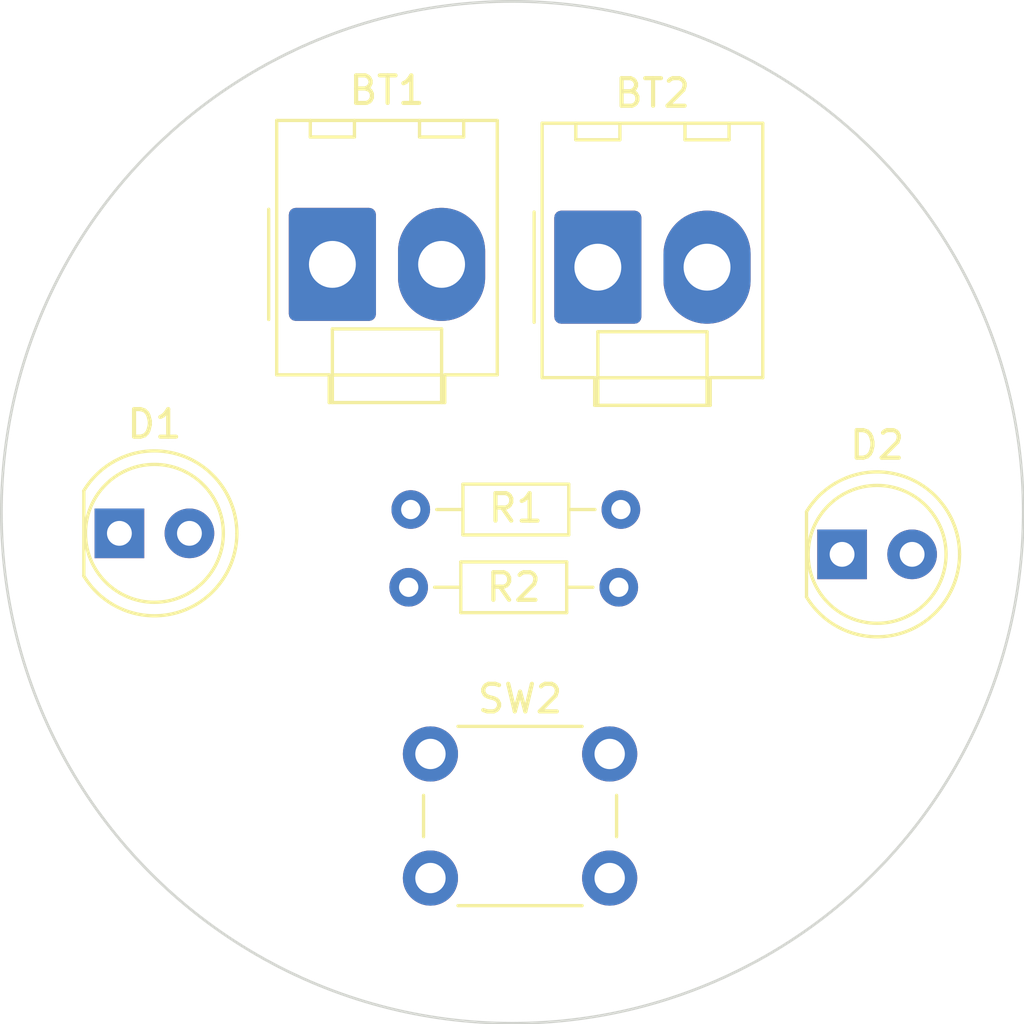
<source format=kicad_pcb>
(kicad_pcb (version 20221018) (generator pcbnew)
  (layers (0 "F.Cu" signal) (31 "B.Cu" signal) (34 "B.Paste" user) (35 "F.Paste" user) (36 "B.SilkS" user "B.Silkscreen") (37 "F.SilkS" user "F.Silkscreen") (38 "B.Mask" user) (39 "F.Mask" user) (44 "Edge.Cuts" user))
  (net 0 "")
  (net 1 "Net-(BT1-+)")
  (net 2 "Net-(BT1--)")
  (net 3 "Net-(D1-K)")
  (net 4 "Net-(D1-A)")
  (net 5 "Net-(D2-A)")
  (footprint "Resistor_THT:R_Axial_DIN0204_L3.6mm_D1.6mm_P7.62mm_Horizontal" (layer "F.Cu") (at 88.4936 64.4906)
    (fp_text reference "R2" (at 3.81 0) (layer "F.SilkS"))
    (fp_text value "R_US")
    (fp_line (start 0.94 0) (end 1.89 0) (stroke (width 0.12)) (layer "F.SilkS"))
    (fp_line (start 1.89 -0.92) (end 1.89 0.92) (stroke (width 0.12)) (layer "F.SilkS"))
    (fp_line (start 1.89 0.92) (end 5.73 0.92) (stroke (width 0.12)) (layer "F.SilkS"))
    (fp_line (start 5.73 -0.92) (end 1.89 -0.92) (stroke (width 0.12)) (layer "F.SilkS"))
    (fp_line (start 5.73 0.92) (end 5.73 -0.92) (stroke (width 0.12)) (layer "F.SilkS"))
    (fp_line (start 6.68 0) (end 5.73 0) (stroke (width 0.12)) (layer "F.SilkS"))
    (pad "1" thru_hole circle (at 0 0) (size 1.4 1.4) (drill 0.7) (layers "*.Cu" "*.Mask") (net 5 "Net-(D2-A)"))
    (pad "2" thru_hole oval (at 7.62 0) (size 1.4 1.4) (drill 0.7) (layers "*.Cu" "*.Mask") (net 2 "Net-(BT1--)"))
  )
  (footprint "LED_THT:LED_D5.0mm_Clear" (layer "F.Cu") (at 104.2112 63.2968)
    (fp_text reference "D2" (at 1.27 -3.96) (layer "F.SilkS"))
    (fp_text value "LED")
    (fp_line (start -1.29 -1.545) (end -1.29 1.545) (stroke (width 0.12)) (layer "F.SilkS"))
    (fp_arc (start -1.29 -1.54483) (mid 2.072002 -2.880433) (end 4.26 0.000462) (stroke (width 0.12)) (layer "F.SilkS"))
    (fp_arc (start 4.26 -0.000462) (mid 2.072002 2.880433) (end -1.29 1.54483) (stroke (width 0.12)) (layer "F.SilkS"))
    (fp_circle (center 1.27 0) (end 3.77 0) (stroke (width 0.12)) (fill none) (layer "F.SilkS"))
    (pad "1" thru_hole rect (at 0 0) (size 1.8 1.8) (drill 0.9) (layers "*.Cu" "*.Mask") (net 3 "Net-(D1-K)"))
    (pad "2" thru_hole circle (at 2.54 0) (size 1.8 1.8) (drill 0.9) (layers "*.Cu" "*.Mask") (net 5 "Net-(D2-A)"))
  )
  (footprint "Connector_Molex:Molex_KK-396_A-41791-0002_1x02_P3.96mm_Vertical" (layer "F.Cu") (at 85.7274 52.7812)
    (fp_text reference "BT1" (at 1.98 -6.31) (layer "F.SilkS"))
    (fp_text value "Battery_Cell")
    (fp_line (start -2.31 -2) (end -2.31 2) (stroke (width 0.12)) (layer "F.SilkS"))
    (fp_line (start -2.02 -5.22) (end 5.98 -5.22) (stroke (width 0.12)) (layer "F.SilkS"))
    (fp_line (start -2.02 4.005) (end -2.02 -5.22) (stroke (width 0.12)) (layer "F.SilkS"))
    (fp_line (start -0.8 -5.22) (end -0.8 -4.62) (stroke (width 0.12)) (layer "F.SilkS"))
    (fp_line (start -0.8 -4.62) (end 0.8 -4.62) (stroke (width 0.12)) (layer "F.SilkS"))
    (fp_line (start -0.115 4.005) (end -2.02 4.005) (stroke (width 0.12)) (layer "F.SilkS"))
    (fp_line (start -0.115 5.01) (end -0.115 4.005) (stroke (width 0.12)) (layer "F.SilkS"))
    (fp_line (start 0 2.34) (end 3.96 2.34) (stroke (width 0.12)) (layer "F.SilkS"))
    (fp_line (start 0 4.01) (end 0 2.34) (stroke (width 0.12)) (layer "F.SilkS"))
    (fp_line (start 0 4.01) (end 3.96 4.01) (stroke (width 0.12)) (layer "F.SilkS"))
    (fp_line (start 0 5.01) (end 0 4.01) (stroke (width 0.12)) (layer "F.SilkS"))
    (fp_line (start 0.8 -4.62) (end 0.8 -5.22) (stroke (width 0.12)) (layer "F.SilkS"))
    (fp_line (start 3.16 -5.22) (end 3.16 -4.62) (stroke (width 0.12)) (layer "F.SilkS"))
    (fp_line (start 3.16 -4.62) (end 4.76 -4.62) (stroke (width 0.12)) (layer "F.SilkS"))
    (fp_line (start 3.96 2.34) (end 3.96 4.01) (stroke (width 0.12)) (layer "F.SilkS"))
    (fp_line (start 3.96 4.01) (end 3.96 5.01) (stroke (width 0.12)) (layer "F.SilkS"))
    (fp_line (start 4.075 4.005) (end 4.075 5.01) (stroke (width 0.12)) (layer "F.SilkS"))
    (fp_line (start 4.075 5.01) (end -0.115 5.01) (stroke (width 0.12)) (layer "F.SilkS"))
    (fp_line (start 4.76 -4.62) (end 4.76 -5.22) (stroke (width 0.12)) (layer "F.SilkS"))
    (fp_line (start 5.98 -5.22) (end 5.98 4.005) (stroke (width 0.12)) (layer "F.SilkS"))
    (fp_line (start 5.98 4.005) (end 4.075 4.005) (stroke (width 0.12)) (layer "F.SilkS"))
    (pad "1" thru_hole roundrect (at 0 0) (size 3.16 4.1) (drill 1.7) (layers "*.Cu" "*.Mask") (roundrect_rratio 0.079114) (net 1 "Net-(BT1-+)"))
    (pad "2" thru_hole oval (at 3.96 0) (size 3.16 4.1) (drill 1.7) (layers "*.Cu" "*.Mask") (net 2 "Net-(BT1--)"))
  )
  (footprint "LED_THT:LED_D5.0mm_Clear" (layer "F.Cu") (at 78.0034 62.5348)
    (fp_text reference "D1" (at 1.27 -3.96) (layer "F.SilkS"))
    (fp_text value "LED")
    (fp_line (start -1.29 -1.545) (end -1.29 1.545) (stroke (width 0.12)) (layer "F.SilkS"))
    (fp_arc (start -1.29 -1.54483) (mid 2.072002 -2.880433) (end 4.26 0.000462) (stroke (width 0.12)) (layer "F.SilkS"))
    (fp_arc (start 4.26 -0.000462) (mid 2.072002 2.880433) (end -1.29 1.54483) (stroke (width 0.12)) (layer "F.SilkS"))
    (fp_circle (center 1.27 0) (end 3.77 0) (stroke (width 0.12)) (fill none) (layer "F.SilkS"))
    (pad "1" thru_hole rect (at 0 0) (size 1.8 1.8) (drill 0.9) (layers "*.Cu" "*.Mask") (net 3 "Net-(D1-K)"))
    (pad "2" thru_hole circle (at 2.54 0) (size 1.8 1.8) (drill 0.9) (layers "*.Cu" "*.Mask") (net 4 "Net-(D1-A)"))
  )
  (footprint "Resistor_THT:R_Axial_DIN0204_L3.6mm_D1.6mm_P7.62mm_Horizontal" (layer "F.Cu") (at 88.5698 61.6712)
    (fp_text reference "R1" (at 3.81 -0.0508) (layer "F.SilkS"))
    (fp_text value "R_US")
    (fp_line (start 0.94 0) (end 1.89 0) (stroke (width 0.12)) (layer "F.SilkS"))
    (fp_line (start 1.89 -0.92) (end 1.89 0.92) (stroke (width 0.12)) (layer "F.SilkS"))
    (fp_line (start 1.89 0.92) (end 5.73 0.92) (stroke (width 0.12)) (layer "F.SilkS"))
    (fp_line (start 5.73 -0.92) (end 1.89 -0.92) (stroke (width 0.12)) (layer "F.SilkS"))
    (fp_line (start 5.73 0.92) (end 5.73 -0.92) (stroke (width 0.12)) (layer "F.SilkS"))
    (fp_line (start 6.68 0) (end 5.73 0) (stroke (width 0.12)) (layer "F.SilkS"))
    (pad "1" thru_hole circle (at 0 0) (size 1.4 1.4) (drill 0.7) (layers "*.Cu" "*.Mask") (net 4 "Net-(D1-A)"))
    (pad "2" thru_hole oval (at 7.62 0) (size 1.4 1.4) (drill 0.7) (layers "*.Cu" "*.Mask") (net 2 "Net-(BT1--)"))
  )
  (footprint "Button_Switch_THT:SW_PUSH_6mm" (layer "F.Cu") (at 89.2834 70.5358)
    (fp_text reference "SW2" (at 3.25 -2) (layer "F.SilkS"))
    (fp_text value "SW_MEC_5E")
    (fp_line (start -0.25 1.5) (end -0.25 3) (stroke (width 0.12)) (layer "F.SilkS"))
    (fp_line (start 1 5.5) (end 5.5 5.5) (stroke (width 0.12)) (layer "F.SilkS"))
    (fp_line (start 5.5 -1) (end 1 -1) (stroke (width 0.12)) (layer "F.SilkS"))
    (fp_line (start 6.75 3) (end 6.75 1.5) (stroke (width 0.12)) (layer "F.SilkS"))
    (pad "1" thru_hole circle (at 0 0 90) (size 2 2) (drill 1.1) (layers "*.Cu" "*.Mask") (net 1 "Net-(BT1-+)"))
    (pad "1" thru_hole circle (at 6.5 0 90) (size 2 2) (drill 1.1) (layers "*.Cu" "*.Mask") (net 1 "Net-(BT1-+)"))
    (pad "2" thru_hole circle (at 0 4.5 90) (size 2 2) (drill 1.1) (layers "*.Cu" "*.Mask") (net 1 "Net-(BT1-+)"))
    (pad "2" thru_hole circle (at 6.5 4.5 90) (size 2 2) (drill 1.1) (layers "*.Cu" "*.Mask") (net 1 "Net-(BT1-+)"))
  )
  (footprint "Connector_Molex:Molex_KK-396_A-41791-0002_1x02_P3.96mm_Vertical" (layer "F.Cu") (at 95.354 52.8828)
    (fp_text reference "BT2" (at 1.98 -6.31) (layer "F.SilkS"))
    (fp_text value "Battery_Cell")
    (fp_line (start -2.31 -2) (end -2.31 2) (stroke (width 0.12)) (layer "F.SilkS"))
    (fp_line (start -2.02 -5.22) (end 5.98 -5.22) (stroke (width 0.12)) (layer "F.SilkS"))
    (fp_line (start -2.02 4.005) (end -2.02 -5.22) (stroke (width 0.12)) (layer "F.SilkS"))
    (fp_line (start -0.8 -5.22) (end -0.8 -4.62) (stroke (width 0.12)) (layer "F.SilkS"))
    (fp_line (start -0.8 -4.62) (end 0.8 -4.62) (stroke (width 0.12)) (layer "F.SilkS"))
    (fp_line (start -0.115 4.005) (end -2.02 4.005) (stroke (width 0.12)) (layer "F.SilkS"))
    (fp_line (start -0.115 5.01) (end -0.115 4.005) (stroke (width 0.12)) (layer "F.SilkS"))
    (fp_line (start 0 2.34) (end 3.96 2.34) (stroke (width 0.12)) (layer "F.SilkS"))
    (fp_line (start 0 4.01) (end 0 2.34) (stroke (width 0.12)) (layer "F.SilkS"))
    (fp_line (start 0 4.01) (end 3.96 4.01) (stroke (width 0.12)) (layer "F.SilkS"))
    (fp_line (start 0 5.01) (end 0 4.01) (stroke (width 0.12)) (layer "F.SilkS"))
    (fp_line (start 0.8 -4.62) (end 0.8 -5.22) (stroke (width 0.12)) (layer "F.SilkS"))
    (fp_line (start 3.16 -5.22) (end 3.16 -4.62) (stroke (width 0.12)) (layer "F.SilkS"))
    (fp_line (start 3.16 -4.62) (end 4.76 -4.62) (stroke (width 0.12)) (layer "F.SilkS"))
    (fp_line (start 3.96 2.34) (end 3.96 4.01) (stroke (width 0.12)) (layer "F.SilkS"))
    (fp_line (start 3.96 4.01) (end 3.96 5.01) (stroke (width 0.12)) (layer "F.SilkS"))
    (fp_line (start 4.075 4.005) (end 4.075 5.01) (stroke (width 0.12)) (layer "F.SilkS"))
    (fp_line (start 4.075 5.01) (end -0.115 5.01) (stroke (width 0.12)) (layer "F.SilkS"))
    (fp_line (start 4.76 -4.62) (end 4.76 -5.22) (stroke (width 0.12)) (layer "F.SilkS"))
    (fp_line (start 5.98 -5.22) (end 5.98 4.005) (stroke (width 0.12)) (layer "F.SilkS"))
    (fp_line (start 5.98 4.005) (end 4.075 4.005) (stroke (width 0.12)) (layer "F.SilkS"))
    (pad "1" thru_hole roundrect (at 0 0) (size 3.16 4.1) (drill 1.7) (layers "*.Cu" "*.Mask") (roundrect_rratio 0.079114) (net 1 "Net-(BT1-+)"))
    (pad "2" thru_hole oval (at 3.96 0) (size 3.16 4.1) (drill 1.7) (layers "*.Cu" "*.Mask") (net 2 "Net-(BT1--)"))
  )
  (gr_circle (center 92.2528 61.7728) (end 103.9114 76.1746) (stroke (width 0.1)) (fill none) (layer "Edge.Cuts"))
)
</source>
